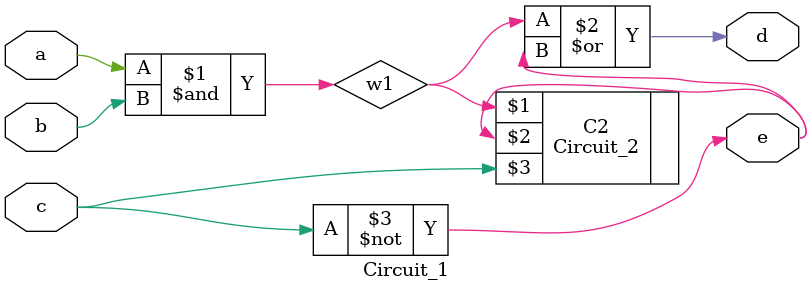
<source format=v>
module Circuit_1 (a, b, c, d, e);
  output d, e;
  input a, b, c;
  wire w1;

  Circuit_2 C2 (w1, e, c);

  and #(30) G1 (w1, a, b);
  not #(10) G2 (e, c);
  or #(20) G3 (d, w1, e);
endmodule

</source>
